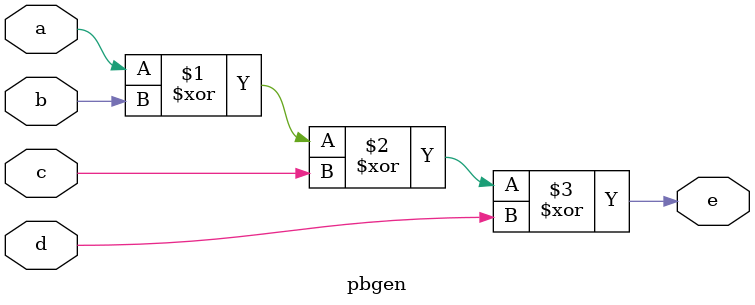
<source format=v>
`timescale 1ns / 1ps

module pbgen(
    input a,
    input b,
    input c,
    input d,
    output e
    );
assign e = a^b^c^d;
endmodule

</source>
